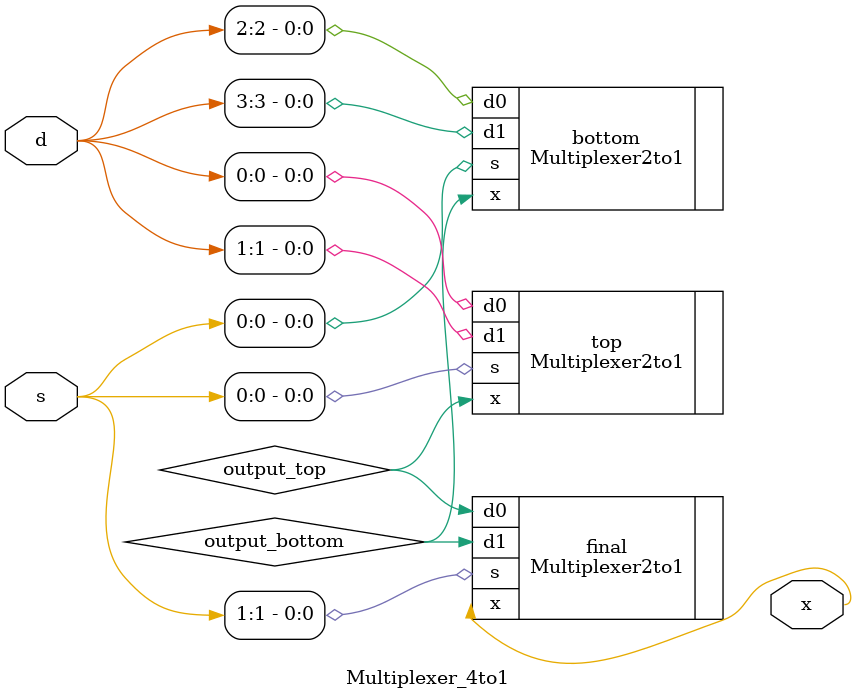
<source format=v>
`timescale 1ns / 1ps


module Multiplexer_4to1(input [3:0] d, input [1:0] s, output x);

wire output_top;
wire output_bottom;

Multiplexer2to1 top (.d0(d[0]), .d1(d[1]), .s(s[0]), .x(output_top));
Multiplexer2to1 bottom (.d0(d[2]), .d1(d[3]), .s(s[0]), .x(output_bottom));

Multiplexer2to1 final (.d0(output_top), .d1(output_bottom), .s(s[1]), .x(x));

// Mapping to ports
// D0 on V17
// D1 on V16
// D2 on W16
// D3 on W17
// S0 on W15
// S1 on V15
// Output on U16

endmodule

</source>
